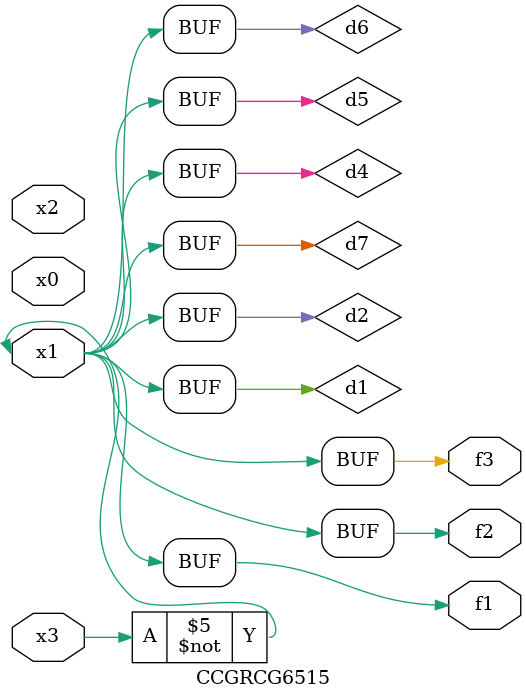
<source format=v>
module CCGRCG6515(
	input x0, x1, x2, x3,
	output f1, f2, f3
);

	wire d1, d2, d3, d4, d5, d6, d7;

	not (d1, x3);
	buf (d2, x1);
	xnor (d3, d1, d2);
	nor (d4, d1);
	buf (d5, d1, d2);
	buf (d6, d4, d5);
	nand (d7, d4);
	assign f1 = d6;
	assign f2 = d7;
	assign f3 = d6;
endmodule

</source>
